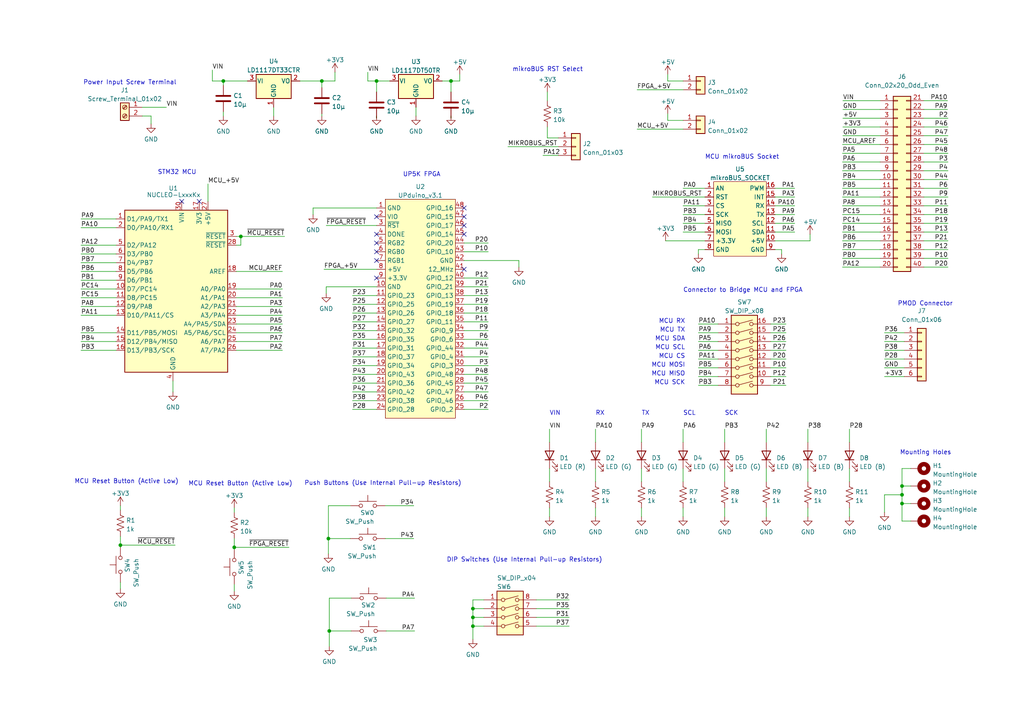
<source format=kicad_sch>
(kicad_sch (version 20230121) (generator eeschema)
  (paper "A4")
  (title_block (title "E155 FA23 Development Board") (rev "v4") (company "Harvey Mudd College") (comment 1 "jbrake@hmc.edu") (comment 2 "Author: Josh Brake"))
  (junction (at 137.16 181.61))
  (junction (at 93.345 23.495))
  (junction (at 261.62 146.05))
  (junction (at 261.62 140.97))
  (junction (at 261.62 143.51))
  (junction (at 109.22 23.495))
  (junction (at 95.25 156.21))
  (junction (at 69.85 68.58))
  (junction (at 34.925 158.115))
  (junction (at 137.16 176.53))
  (junction (at 130.81 23.495))
  (junction (at 64.77 23.495))
  (junction (at 95.504 183.007))
  (junction (at 137.16 179.07))
  (junction (at 67.945 158.75))
  (no_connect (at 109.22 75.565))
  (no_connect (at 109.22 70.485))
  (no_connect (at 109.22 73.025))
  (no_connect (at 52.705 58.42))
  (no_connect (at 109.22 80.645))
  (no_connect (at 109.22 67.945))
  (no_connect (at 109.22 62.865))
  (no_connect (at 134.62 60.325))
  (no_connect (at 134.62 62.865))
  (no_connect (at 134.62 65.405))
  (no_connect (at 134.62 67.945))
  (no_connect (at 57.785 58.42))
  (no_connect (at 134.62 78.105))
  (wire (pts (xy 210.185 147.32) (xy 210.185 149.86)))
  (wire (pts (xy 255.27 77.47) (xy 244.348 77.47)))
  (wire (pts (xy 134.62 116.205) (xy 141.605 116.205)))
  (wire (pts (xy 267.97 39.37) (xy 274.955 39.37)))
  (wire (pts (xy 23.495 76.2) (xy 33.655 76.2)))
  (wire (pts (xy 226.695 72.39) (xy 226.695 73.66)))
  (wire (pts (xy 193.675 23.495) (xy 198.12 23.495)))
  (wire (pts (xy 244.475 31.75) (xy 255.27 31.75)))
  (wire (pts (xy 255.27 67.31) (xy 244.348 67.31)))
  (wire (pts (xy 267.97 49.53) (xy 274.955 49.53)))
  (wire (pts (xy 112.014 183.007) (xy 120.269 183.007)))
  (wire (pts (xy 137.16 176.53) (xy 137.16 179.07)))
  (wire (pts (xy 34.925 168.91) (xy 34.925 170.815)))
  (wire (pts (xy 68.58 71.12) (xy 69.85 71.12)))
  (wire (pts (xy 202.565 109.22) (xy 208.28 109.22)))
  (wire (pts (xy 246.38 135.89) (xy 246.38 139.7)))
  (wire (pts (xy 223.52 111.76) (xy 227.965 111.76)))
  (wire (pts (xy 34.925 158.115) (xy 34.925 158.75)))
  (wire (pts (xy 202.565 96.52) (xy 208.28 96.52)))
  (wire (pts (xy 198.12 64.77) (xy 204.47 64.77)))
  (wire (pts (xy 234.315 124.46) (xy 234.315 128.27)))
  (wire (pts (xy 267.97 69.85) (xy 274.955 69.85)))
  (wire (pts (xy 244.475 34.29) (xy 255.27 34.29)))
  (wire (pts (xy 23.495 83.82) (xy 33.655 83.82)))
  (wire (pts (xy 210.185 124.46) (xy 210.185 128.27)))
  (wire (pts (xy 23.495 88.9) (xy 33.655 88.9)))
  (wire (pts (xy 34.925 155.575) (xy 34.925 158.115)))
  (wire (pts (xy 95.504 183.007) (xy 101.854 183.007)))
  (wire (pts (xy 193.675 34.925) (xy 198.12 34.925)))
  (wire (pts (xy 41.275 31.115) (xy 48.26 31.115)))
  (wire (pts (xy 222.25 147.32) (xy 222.25 149.86)))
  (wire (pts (xy 140.335 173.99) (xy 137.16 173.99)))
  (wire (pts (xy 267.97 52.07) (xy 274.955 52.07)))
  (wire (pts (xy 137.16 179.07) (xy 140.335 179.07)))
  (wire (pts (xy 223.52 106.68) (xy 227.965 106.68)))
  (wire (pts (xy 64.77 23.495) (xy 71.755 23.495)))
  (wire (pts (xy 256.54 104.14) (xy 262.255 104.14)))
  (wire (pts (xy 244.475 36.83) (xy 255.27 36.83)))
  (wire (pts (xy 68.58 93.98) (xy 81.915 93.98)))
  (wire (pts (xy 246.38 147.32) (xy 246.38 149.86)))
  (wire (pts (xy 68.58 68.58) (xy 69.85 68.58)))
  (wire (pts (xy 23.495 91.44) (xy 33.655 91.44)))
  (wire (pts (xy 102.235 93.345) (xy 109.22 93.345)))
  (wire (pts (xy 261.62 143.51) (xy 261.62 146.05)))
  (wire (pts (xy 256.54 96.52) (xy 262.255 96.52)))
  (wire (pts (xy 184.785 26.035) (xy 198.12 26.035)))
  (wire (pts (xy 94.615 65.405) (xy 109.22 65.405)))
  (wire (pts (xy 109.22 23.495) (xy 113.03 23.495)))
  (wire (pts (xy 134.62 90.805) (xy 141.605 90.805)))
  (wire (pts (xy 261.62 140.97) (xy 261.62 143.51)))
  (wire (pts (xy 224.79 67.31) (xy 230.505 67.31)))
  (wire (pts (xy 95.25 156.21) (xy 101.6 156.21)))
  (wire (pts (xy 204.47 72.39) (xy 202.565 72.39)))
  (wire (pts (xy 224.79 69.85) (xy 234.95 69.85)))
  (wire (pts (xy 147.32 42.545) (xy 161.925 42.545)))
  (wire (pts (xy 23.495 99.06) (xy 33.655 99.06)))
  (wire (pts (xy 43.815 33.655) (xy 43.815 35.941)))
  (wire (pts (xy 69.85 71.12) (xy 69.85 68.58)))
  (wire (pts (xy 134.62 93.345) (xy 141.605 93.345)))
  (wire (pts (xy 261.62 135.89) (xy 261.62 140.97)))
  (wire (pts (xy 109.22 83.185) (xy 94.615 83.185)))
  (wire (pts (xy 93.345 25.4) (xy 93.345 23.495)))
  (wire (pts (xy 137.16 179.07) (xy 137.16 181.61)))
  (wire (pts (xy 111.76 156.21) (xy 120.015 156.21)))
  (wire (pts (xy 106.68 20.955) (xy 106.68 23.495)))
  (wire (pts (xy 134.62 73.025) (xy 141.605 73.025)))
  (wire (pts (xy 101.6 146.685) (xy 95.25 146.685)))
  (wire (pts (xy 64.77 32.385) (xy 64.77 33.655)))
  (wire (pts (xy 159.385 135.89) (xy 159.385 139.7)))
  (wire (pts (xy 193.04 69.85) (xy 204.47 69.85)))
  (wire (pts (xy 261.62 143.51) (xy 256.54 143.51)))
  (wire (pts (xy 198.12 54.61) (xy 204.47 54.61)))
  (wire (pts (xy 102.235 108.585) (xy 109.22 108.585)))
  (wire (pts (xy 120.65 33.655) (xy 120.65 31.115)))
  (wire (pts (xy 150.495 75.565) (xy 150.495 77.47)))
  (wire (pts (xy 134.62 111.125) (xy 141.605 111.125)))
  (wire (pts (xy 267.97 62.23) (xy 274.955 62.23)))
  (wire (pts (xy 95.504 183.007) (xy 95.504 187.452)))
  (wire (pts (xy 102.235 85.725) (xy 109.22 85.725)))
  (wire (pts (xy 198.12 59.69) (xy 204.47 59.69)))
  (wire (pts (xy 267.97 36.83) (xy 274.955 36.83)))
  (wire (pts (xy 246.38 124.46) (xy 246.38 128.27)))
  (wire (pts (xy 223.52 93.98) (xy 227.965 93.98)))
  (wire (pts (xy 68.58 101.6) (xy 81.915 101.6)))
  (wire (pts (xy 23.495 73.66) (xy 33.655 73.66)))
  (wire (pts (xy 67.945 147.32) (xy 67.945 148.59)))
  (wire (pts (xy 67.945 169.545) (xy 67.945 171.45)))
  (wire (pts (xy 189.23 57.15) (xy 204.47 57.15)))
  (wire (pts (xy 159.385 147.32) (xy 159.385 149.86)))
  (wire (pts (xy 224.79 64.77) (xy 230.505 64.77)))
  (wire (pts (xy 61.595 20.32) (xy 61.595 23.495)))
  (wire (pts (xy 106.68 23.495) (xy 109.22 23.495)))
  (wire (pts (xy 69.85 68.58) (xy 82.55 68.58)))
  (wire (pts (xy 255.27 74.93) (xy 244.348 74.93)))
  (wire (pts (xy 224.79 59.69) (xy 230.505 59.69)))
  (wire (pts (xy 159.385 124.46) (xy 159.385 128.27)))
  (wire (pts (xy 222.25 124.46) (xy 222.25 128.27)))
  (wire (pts (xy 264.16 146.05) (xy 261.62 146.05)))
  (wire (pts (xy 255.27 64.77) (xy 244.348 64.77)))
  (wire (pts (xy 64.77 24.765) (xy 64.77 23.495)))
  (wire (pts (xy 202.565 99.06) (xy 208.28 99.06)))
  (wire (pts (xy 134.62 95.885) (xy 141.605 95.885)))
  (wire (pts (xy 193.675 33.02) (xy 193.675 34.925)))
  (wire (pts (xy 68.58 96.52) (xy 81.915 96.52)))
  (wire (pts (xy 134.62 98.425) (xy 141.605 98.425)))
  (wire (pts (xy 23.495 66.04) (xy 33.655 66.04)))
  (wire (pts (xy 172.72 147.32) (xy 172.72 149.86)))
  (wire (pts (xy 134.62 113.665) (xy 141.605 113.665)))
  (wire (pts (xy 158.75 36.83) (xy 158.75 40.005)))
  (wire (pts (xy 68.58 88.9) (xy 81.915 88.9)))
  (wire (pts (xy 155.575 176.53) (xy 165.1 176.53)))
  (wire (pts (xy 202.565 93.98) (xy 208.28 93.98)))
  (wire (pts (xy 102.235 98.425) (xy 109.22 98.425)))
  (wire (pts (xy 112.014 173.482) (xy 120.269 173.482)))
  (wire (pts (xy 23.495 78.74) (xy 33.655 78.74)))
  (wire (pts (xy 111.76 146.685) (xy 120.015 146.685)))
  (wire (pts (xy 255.27 46.99) (xy 244.348 46.99)))
  (wire (pts (xy 93.345 33.02) (xy 93.345 33.655)))
  (wire (pts (xy 23.495 96.52) (xy 33.655 96.52)))
  (wire (pts (xy 102.235 90.805) (xy 109.22 90.805)))
  (wire (pts (xy 261.62 151.13) (xy 264.16 151.13)))
  (wire (pts (xy 202.565 111.76) (xy 208.28 111.76)))
  (wire (pts (xy 267.97 29.21) (xy 274.828 29.21)))
  (wire (pts (xy 202.565 72.39) (xy 202.565 73.66)))
  (wire (pts (xy 224.79 72.39) (xy 226.695 72.39)))
  (wire (pts (xy 255.27 49.53) (xy 244.348 49.53)))
  (wire (pts (xy 234.315 147.32) (xy 234.315 149.86)))
  (wire (pts (xy 23.495 71.12) (xy 33.655 71.12)))
  (wire (pts (xy 137.16 173.99) (xy 137.16 176.53)))
  (wire (pts (xy 244.475 39.37) (xy 255.27 39.37)))
  (wire (pts (xy 134.62 75.565) (xy 150.495 75.565)))
  (wire (pts (xy 134.62 103.505) (xy 141.605 103.505)))
  (wire (pts (xy 137.16 181.61) (xy 137.16 185.42)))
  (wire (pts (xy 222.25 135.89) (xy 222.25 139.7)))
  (wire (pts (xy 193.675 21.59) (xy 193.675 23.495)))
  (wire (pts (xy 255.27 44.45) (xy 244.348 44.45)))
  (wire (pts (xy 102.235 116.205) (xy 109.22 116.205)))
  (wire (pts (xy 102.235 95.885) (xy 109.22 95.885)))
  (wire (pts (xy 93.345 23.495) (xy 97.155 23.495)))
  (wire (pts (xy 97.155 20.955) (xy 97.155 23.495)))
  (wire (pts (xy 23.495 81.28) (xy 33.655 81.28)))
  (wire (pts (xy 267.97 72.39) (xy 274.955 72.39)))
  (wire (pts (xy 134.62 80.645) (xy 141.605 80.645)))
  (wire (pts (xy 186.055 135.89) (xy 186.055 139.7)))
  (wire (pts (xy 90.805 60.325) (xy 90.805 62.23)))
  (wire (pts (xy 155.575 173.99) (xy 165.1 173.99)))
  (wire (pts (xy 264.16 140.97) (xy 261.62 140.97)))
  (wire (pts (xy 134.62 108.585) (xy 141.605 108.585)))
  (wire (pts (xy 256.54 99.06) (xy 262.255 99.06)))
  (wire (pts (xy 202.565 106.68) (xy 208.28 106.68)))
  (wire (pts (xy 68.58 86.36) (xy 81.915 86.36)))
  (wire (pts (xy 223.52 101.6) (xy 227.965 101.6)))
  (wire (pts (xy 223.52 99.06) (xy 227.965 99.06)))
  (wire (pts (xy 198.12 135.89) (xy 198.12 139.7)))
  (wire (pts (xy 223.52 104.14) (xy 227.965 104.14)))
  (wire (pts (xy 267.97 44.45) (xy 274.955 44.45)))
  (wire (pts (xy 130.81 23.495) (xy 128.27 23.495)))
  (wire (pts (xy 133.35 21.59) (xy 133.35 23.495)))
  (wire (pts (xy 267.97 46.99) (xy 274.955 46.99)))
  (wire (pts (xy 186.055 147.32) (xy 186.055 149.86)))
  (wire (pts (xy 130.81 34.29) (xy 130.81 33.655)))
  (wire (pts (xy 68.58 83.82) (xy 81.915 83.82)))
  (wire (pts (xy 267.97 77.47) (xy 274.955 77.47)))
  (wire (pts (xy 34.925 146.685) (xy 34.925 147.955)))
  (wire (pts (xy 133.35 23.495) (xy 130.81 23.495)))
  (wire (pts (xy 224.79 57.15) (xy 230.505 57.15)))
  (wire (pts (xy 68.58 99.06) (xy 81.915 99.06)))
  (wire (pts (xy 155.575 181.61) (xy 165.1 181.61)))
  (wire (pts (xy 95.504 173.482) (xy 95.504 183.007)))
  (wire (pts (xy 255.27 62.23) (xy 244.348 62.23)))
  (wire (pts (xy 60.325 53.34) (xy 60.325 58.42)))
  (wire (pts (xy 267.97 41.91) (xy 274.955 41.91)))
  (wire (pts (xy 186.055 124.46) (xy 186.055 128.27)))
  (wire (pts (xy 134.62 106.045) (xy 141.605 106.045)))
  (wire (pts (xy 255.27 52.07) (xy 244.348 52.07)))
  (wire (pts (xy 95.25 156.21) (xy 95.25 160.655)))
  (wire (pts (xy 155.575 179.07) (xy 165.1 179.07)))
  (wire (pts (xy 256.54 109.22) (xy 262.255 109.22)))
  (wire (pts (xy 202.565 104.14) (xy 208.28 104.14)))
  (wire (pts (xy 130.81 26.67) (xy 130.81 23.495)))
  (wire (pts (xy 158.75 40.005) (xy 161.925 40.005)))
  (wire (pts (xy 102.235 100.965) (xy 109.22 100.965)))
  (wire (pts (xy 267.97 31.75) (xy 274.828 31.75)))
  (wire (pts (xy 244.348 41.91) (xy 255.27 41.91)))
  (wire (pts (xy 67.945 158.75) (xy 67.945 159.385)))
  (wire (pts (xy 198.12 62.23) (xy 204.47 62.23)))
  (wire (pts (xy 68.58 78.74) (xy 81.915 78.74)))
  (wire (pts (xy 267.97 54.61) (xy 274.955 54.61)))
  (wire (pts (xy 244.475 29.21) (xy 255.27 29.21)))
  (wire (pts (xy 198.12 124.46) (xy 198.12 128.27)))
  (wire (pts (xy 255.27 54.61) (xy 244.348 54.61)))
  (wire (pts (xy 67.945 158.75) (xy 83.82 158.75)))
  (wire (pts (xy 267.97 64.77) (xy 274.955 64.77)))
  (wire (pts (xy 61.595 23.495) (xy 64.77 23.495)))
  (wire (pts (xy 102.235 88.265) (xy 109.22 88.265)))
  (wire (pts (xy 93.98 78.105) (xy 109.22 78.105)))
  (wire (pts (xy 256.54 101.6) (xy 262.255 101.6)))
  (wire (pts (xy 94.615 83.185) (xy 94.615 85.09)))
  (wire (pts (xy 23.495 86.36) (xy 33.655 86.36)))
  (wire (pts (xy 102.235 113.665) (xy 109.22 113.665)))
  (wire (pts (xy 224.79 62.23) (xy 230.505 62.23)))
  (wire (pts (xy 23.495 101.6) (xy 33.655 101.6)))
  (wire (pts (xy 134.62 88.265) (xy 141.605 88.265)))
  (wire (pts (xy 137.16 181.61) (xy 140.335 181.61)))
  (wire (pts (xy 210.185 135.89) (xy 210.185 139.7)))
  (wire (pts (xy 172.72 135.89) (xy 172.72 139.7)))
  (wire (pts (xy 255.27 59.69) (xy 244.348 59.69)))
  (wire (pts (xy 102.235 118.745) (xy 109.22 118.745)))
  (wire (pts (xy 256.54 143.51) (xy 256.54 148.59)))
  (wire (pts (xy 198.12 147.32) (xy 198.12 149.86)))
  (wire (pts (xy 134.62 85.725) (xy 141.605 85.725)))
  (wire (pts (xy 95.25 146.685) (xy 95.25 156.21)))
  (wire (pts (xy 255.27 72.39) (xy 244.348 72.39)))
  (wire (pts (xy 86.995 23.495) (xy 93.345 23.495)))
  (wire (pts (xy 234.95 67.945) (xy 234.95 69.85)))
  (wire (pts (xy 134.62 118.745) (xy 141.605 118.745)))
  (wire (pts (xy 157.48 45.085) (xy 161.925 45.085)))
  (wire (pts (xy 102.235 106.045) (xy 109.22 106.045)))
  (wire (pts (xy 102.235 111.125) (xy 109.22 111.125)))
  (wire (pts (xy 43.815 33.655) (xy 41.275 33.655)))
  (wire (pts (xy 23.495 63.5) (xy 33.655 63.5)))
  (wire (pts (xy 267.97 34.29) (xy 274.955 34.29)))
  (wire (pts (xy 198.12 67.31) (xy 204.47 67.31)))
  (wire (pts (xy 109.22 34.29) (xy 109.22 33.655)))
  (wire (pts (xy 67.945 156.21) (xy 67.945 158.75)))
  (wire (pts (xy 50.165 110.49) (xy 50.165 113.665)))
  (wire (pts (xy 158.75 26.67) (xy 158.75 29.21)))
  (wire (pts (xy 90.805 60.325) (xy 109.22 60.325)))
  (wire (pts (xy 134.62 83.185) (xy 141.605 83.185)))
  (wire (pts (xy 134.62 100.965) (xy 141.605 100.965)))
  (wire (pts (xy 223.52 96.52) (xy 227.965 96.52)))
  (wire (pts (xy 172.72 124.46) (xy 172.72 128.27)))
  (wire (pts (xy 68.58 91.44) (xy 81.915 91.44)))
  (wire (pts (xy 101.854 173.482) (xy 95.504 173.482)))
  (wire (pts (xy 267.97 59.69) (xy 274.955 59.69)))
  (wire (pts (xy 102.235 103.505) (xy 109.22 103.505)))
  (wire (pts (xy 134.62 70.485) (xy 141.605 70.485)))
  (wire (pts (xy 261.62 151.13) (xy 261.62 146.05)))
  (wire (pts (xy 264.16 135.89) (xy 261.62 135.89)))
  (wire (pts (xy 255.27 69.85) (xy 244.348 69.85)))
  (wire (pts (xy 202.565 101.6) (xy 208.28 101.6)))
  (wire (pts (xy 109.22 26.67) (xy 109.22 23.495)))
  (wire (pts (xy 267.97 74.93) (xy 274.955 74.93)))
  (wire (pts (xy 267.97 67.31) (xy 274.955 67.31)))
  (wire (pts (xy 184.785 37.465) (xy 198.12 37.465)))
  (wire (pts (xy 234.315 135.89) (xy 234.315 139.7)))
  (wire (pts (xy 256.54 106.68) (xy 262.255 106.68)))
  (wire (pts (xy 137.16 176.53) (xy 140.335 176.53)))
  (wire (pts (xy 267.97 57.15) (xy 274.955 57.15)))
  (wire (pts (xy 34.925 158.115) (xy 50.8 158.115)))
  (wire (pts (xy 79.375 31.115) (xy 79.375 33.655)))
  (wire (pts (xy 223.52 109.22) (xy 227.965 109.22)))
  (wire (pts (xy 224.79 54.61) (xy 230.505 54.61)))
  (wire (pts (xy 255.27 57.15) (xy 244.348 57.15)))
  (text "MCU SCK" (at 198.755 111.76 0) (effects (font (size 1.27 1.27)) (justify right bottom)))
  (text "MCU Reset Button (Active Low)" (at 54.61 141.097 0) (effects (font (size 1.27 1.27)) (justify left bottom)))
  (text "MCU SDA" (at 198.755 99.06 0) (effects (font (size 1.27 1.27)) (justify right bottom)))
  (text "STM32 MCU\n" (at 45.72 50.8 0) (effects (font (size 1.27 1.27)) (justify left bottom)))
  (text "MCU MOSI" (at 198.755 106.68 0) (effects (font (size 1.27 1.27)) (justify right bottom)))
  (text "mikroBUS RST Select" (at 148.59 20.955 0) (effects (font (size 1.27 1.27)) (justify left bottom)))
  (text "SCK" (at 210.185 120.65 0) (effects (font (size 1.27 1.27)) (justify left bottom)))
  (text "MCU TX" (at 198.755 96.52 0) (effects (font (size 1.27 1.27)) (justify right bottom)))
  (text "UP5K FPGA" (at 116.84 51.435 0) (effects (font (size 1.27 1.27)) (justify left bottom)))
  (text "Push Buttons (Use Internal Pull-up Resistors)" (at 88.265 140.97 0) (effects (font (size 1.27 1.27)) (justify left bottom)))
  (text "Mounting Holes" (at 260.985 132.08 0) (effects (font (size 1.27 1.27)) (justify left bottom)))
  (text "MCU RX" (at 198.755 93.98 0) (effects (font (size 1.27 1.27)) (justify right bottom)))
  (text "TX" (at 186.055 120.65 0) (effects (font (size 1.27 1.27)) (justify left bottom)))
  (text "PMOD Connector" (at 260.35 88.9 0) (effects (font (size 1.27 1.27)) (justify left bottom)))
  (text "Power Input Screw Terminal" (at 24.13 24.765 0) (effects (font (size 1.27 1.27)) (justify left bottom)))
  (text "MCU CS" (at 198.755 104.14 0) (effects (font (size 1.27 1.27)) (justify right bottom)))
  (text "DIP Switches (Use Internal Pull-up Resistors)" (at 129.54 163.195 0) (effects (font (size 1.27 1.27)) (justify left bottom)))
  (text "MCU MISO" (at 198.755 109.22 0) (effects (font (size 1.27 1.27)) (justify right bottom)))
  (text "MCU SCL" (at 198.755 101.6 0) (effects (font (size 1.27 1.27)) (justify right bottom)))
  (text "VIN" (at 159.385 120.65 0) (effects (font (size 1.27 1.27)) (justify left bottom)))
  (text "RX" (at 172.72 120.65 0) (effects (font (size 1.27 1.27)) (justify left bottom)))
  (text "SCL" (at 198.12 120.65 0) (effects (font (size 1.27 1.27)) (justify left bottom)))
  (text "Connector to Bridge MCU and FPGA" (at 198.12 84.9798 0) (effects (font (size 1.27 1.27)) (justify left bottom)))
  (text "MCU Reset Button (Active Low)" (at 21.59 140.462 0) (effects (font (size 1.27 1.27)) (justify left bottom)))
  (text "MCU mikroBUS Socket" (at 204.47 46.355 0) (effects (font (size 1.27 1.27)) (justify left bottom)))
  (label "PA0" (at 198.12 54.61 0))
  (label "PA9" (at 202.565 96.52 0))
  (label "P21" (at 274.955 69.85 180))
  (label "P44" (at 274.955 52.07 180))
  (label "P13" (at 274.955 67.31 180))
  (label "P25" (at 102.235 88.265 0))
  (label "PA10" (at 172.72 124.46 0))
  (label "PA6" (at 230.505 64.77 180))
  (label "P21" (at 141.605 83.185 180))
  (label "PC14" (at 244.348 64.77 0))
  (label "PA11" (at 202.565 104.14 0))
  (label "PC15" (at 23.495 86.36 0))
  (label "PB1" (at 23.495 81.28 0))
  (label "MCU_AREF" (at 244.348 41.91 0))
  (label "P3" (at 141.605 106.045 180))
  (label "FPGA_+5V" (at 184.785 26.035 0))
  (label "P45" (at 274.955 41.91 180))
  (label "PA9" (at 274.828 31.75 180))
  (label "VIN" (at 106.68 20.955 0))
  (label "P4" (at 274.955 49.53 180))
  (label "P10" (at 227.965 106.68 180))
  (label "P4" (at 141.605 103.505 180))
  (label "PA1" (at 81.915 86.36 180))
  (label "P46" (at 141.605 116.205 180))
  (label "P46" (at 274.955 36.83 180))
  (label "PA11" (at 198.12 59.69 0))
  (label "VIN" (at 244.475 29.21 0))
  (label "P21" (at 227.965 111.76 180))
  (label "P27" (at 102.235 93.345 0))
  (label "P6" (at 141.605 98.425 180))
  (label "P28" (at 246.38 124.46 0))
  (label "MIKROBUS_RST" (at 189.23 57.15 0))
  (label "PA1" (at 230.505 54.61 180))
  (label "VIN" (at 61.595 20.32 0))
  (label "+3V3" (at 244.475 36.83 0))
  (label "PB4" (at 198.12 64.77 0))
  (label "P20" (at 227.965 104.14 180))
  (label "PB5" (at 23.495 96.52 0))
  (label "P2" (at 141.605 118.745 180))
  (label "P27" (at 227.965 101.6 180))
  (label "P10" (at 274.955 74.93 180))
  (label "PA4" (at 120.269 173.482 180))
  (label "PB4" (at 244.348 52.07 0))
  (label "P3" (at 274.955 46.99 180))
  (label "P19" (at 274.955 64.77 180))
  (label "P20" (at 141.605 70.485 180))
  (label "P43" (at 102.235 108.585 0))
  (label "P34" (at 120.015 146.685 180))
  (label "PA8" (at 244.348 59.69 0))
  (label "P42" (at 222.25 124.46 0))
  (label "MIKROBUS_RST" (at 147.32 42.545 0))
  (label "PB7" (at 244.348 72.39 0))
  (label "~{MCU_RESET}" (at 50.8 158.115 180))
  (label "~{MCU_RESET}" (at 82.55 68.58 180))
  (label "PB4" (at 23.495 99.06 0))
  (label "PA11" (at 23.495 91.44 0))
  (label "PA9" (at 23.495 63.5 0))
  (label "P18" (at 141.605 90.805 180))
  (label "P31" (at 165.1 179.07 180))
  (label "PA10" (at 202.565 93.98 0))
  (label "PA6" (at 244.348 46.99 0))
  (label "PA0" (at 81.915 83.82 180))
  (label "~{FPGA_RESET}" (at 83.82 158.75 180))
  (label "PB3" (at 202.565 111.76 0))
  (label "P36" (at 256.54 96.52 0))
  (label "PB3" (at 210.185 124.46 0))
  (label "P44" (at 141.605 100.965 180))
  (label "VIN" (at 159.385 124.46 0))
  (label "PB3" (at 23.495 101.6 0))
  (label "P23" (at 102.235 85.725 0))
  (label "PC14" (at 23.495 83.82 0))
  (label "PA3" (at 81.915 88.9 180))
  (label "P19" (at 141.605 88.265 180))
  (label "PA12" (at 244.348 77.47 0))
  (label "PA4" (at 81.915 91.44 180))
  (label "P28" (at 102.235 118.745 0))
  (label "PB0" (at 244.348 74.93 0))
  (label "PA12" (at 157.48 45.085 0))
  (label "P47" (at 274.955 39.37 180))
  (label "P42" (at 256.54 99.06 0))
  (label "PA6" (at 198.12 124.46 0))
  (label "P10" (at 141.605 73.025 180))
  (label "PB1" (at 244.348 67.31 0))
  (label "PB0" (at 23.495 73.66 0))
  (label "PA10" (at 230.505 59.69 180))
  (label "P32" (at 102.235 95.885 0))
  (label "P31" (at 102.235 100.965 0))
  (label "P25" (at 227.965 96.52 180))
  (label "PA6" (at 81.915 96.52 180))
  (label "P9" (at 274.955 57.15 180))
  (label "P37" (at 102.235 103.505 0))
  (label "VIN" (at 48.26 31.115 0))
  (label "P45" (at 141.605 111.125 180))
  (label "P13" (at 141.605 85.725 180))
  (label "PA6" (at 202.565 101.6 0))
  (label "P12" (at 141.605 80.645 180))
  (label "P47" (at 141.605 113.665 180))
  (label "P11" (at 274.955 59.69 180))
  (label "PB6" (at 244.348 69.85 0))
  (label "PA2" (at 81.915 101.6 180))
  (label "PA5" (at 81.915 93.98 180))
  (label "P20" (at 274.955 77.47 180))
  (label "GND" (at 244.475 31.75 0))
  (label "PB6" (at 23.495 78.74 0))
  (label "PA5" (at 202.565 99.06 0))
  (label "PA11" (at 244.348 57.15 0))
  (label "PA3" (at 230.505 57.15 180))
  (label "PA12" (at 23.495 71.12 0))
  (label "PB4" (at 202.565 109.22 0))
  (label "PB3" (at 198.12 62.23 0))
  (label "P38" (at 102.235 116.205 0))
  (label "P43" (at 120.015 156.21 180))
  (label "PB3" (at 244.348 49.53 0))
  (label "FPGA_+5V" (at 93.98 78.105 0))
  (label "PA10" (at 23.495 66.04 0))
  (label "P36" (at 102.235 111.125 0))
  (label "PA7" (at 81.915 99.06 180))
  (label "P38" (at 256.54 101.6 0))
  (label "P35" (at 165.1 176.53 180))
  (label "P2" (at 274.955 34.29 180))
  (label "PA7" (at 120.269 183.007 180))
  (label "PA8" (at 23.495 88.9 0))
  (label "P34" (at 102.235 106.045 0))
  (label "P38" (at 234.315 124.46 0))
  (label "P48" (at 141.605 108.585 180))
  (label "P12" (at 227.965 109.22 180))
  (label "MCU_AREF" (at 81.915 78.74 180))
  (label "P28" (at 256.54 104.14 0))
  (label "GND" (at 244.475 39.37 0))
  (label "PA10" (at 274.828 29.21 180))
  (label "PC15" (at 244.348 62.23 0))
  (label "PA5" (at 244.348 44.45 0))
  (label "P6" (at 274.955 54.61 180))
  (label "P26" (at 227.965 99.06 180))
  (label "GND" (at 256.54 106.68 0))
  (label "P11" (at 141.605 93.345 180))
  (label "P35" (at 102.235 98.425 0))
  (label "P42" (at 102.235 113.665 0))
  (label "P26" (at 102.235 90.805 0))
  (label "P32" (at 165.1 173.99 180))
  (label "+5V" (at 244.475 34.29 0))
  (label "P9" (at 141.605 95.885 180))
  (label "P23" (at 227.965 93.98 180))
  (label "P48" (at 274.955 44.45 180))
  (label "+3V3" (at 256.54 109.22 0))
  (label "~{FPGA_RESET}" (at 94.615 65.405 0))
  (label "PB5" (at 202.565 106.68 0))
  (label "P12" (at 274.955 72.39 180))
  (label "PB5" (at 244.348 54.61 0))
  (label "PA5" (at 230.505 67.31 180))
  (label "MCU_+5V" (at 184.785 37.465 0))
  (label "PA9" (at 186.055 124.46 0))
  (label "P37" (at 165.1 181.61 180))
  (label "PB5" (at 198.12 67.31 0))
  (label "P18" (at 274.955 62.23 180))
  (label "PA9" (at 230.505 62.23 180))
  (label "PB7" (at 23.495 76.2 0))
  (label "MCU_+5V" (at 60.325 53.34 0))
  (symbol (lib_id "Switch:SW_Push") (at 67.945 164.465 90) (unit 1)
    (property "Reference" "SW5" (at 69.977 162.56 0) (effects (justify right)))
    (property "Value" "SW_Push" (at 72.5139 162.56 0) (effects (justify right)))
    (property "Footprint" "Button_Switch_THT:SW_PUSH_6mm_H4.3mm" (effects hide))
    (property "Datasheet" "https://www3.panasonic.biz/ac/e_download/control/switch/light-touch/catalog/sw_lt_eng_5n.pdf" (effects hide))
  )
  (symbol (lib_id "power:GND") (at 150.495 77.47 0) (unit 1)
    (property "Reference" "#PWR026" (effects hide))
    (property "Value" "GND" (at 150.495 81.9134 0))
  )
  (symbol (lib_id "Device:R_US") (at 159.385 143.51 0) (unit 1)
    (property "Reference" "R4" (at 161.036 142.6753 0) (effects (justify left)))
    (property "Value" "1k" (at 161.036 145.2122 0) (effects (justify left)))
    (property "Footprint" "Resistor_SMD:R_0805_2012Metric_Pad1.20x1.40mm_HandSolder" (effects hide))
  )
  (symbol (lib_id "E155_Symbols:NUCLEO-LxxxKx") (at 50.165 83.82 0) (unit 1)
    (property "Reference" "U1" (at 48.895 54.61 0) (effects (justify left)))
    (property "Value" "NUCLEO-LxxxKx" (at 42.545 56.5119 0) (effects (justify left)))
    (property "Footprint" "E155_Footprints:NUCLEO-32" (effects hide))
    (property "Datasheet" "https://content.arduino.cc/assets/NANOEveryV3.0_sch.pdf" (effects hide))
  )
  (symbol (lib_id "Mechanical:MountingHole_Pad") (at 266.7 135.89 270) (unit 1)
    (property "Reference" "H1" (at 270.51 135.0553 90) (effects (justify left)))
    (property "Value" "MountingHole" (at 270.51 137.5922 90) (effects (justify left)))
    (property "Footprint" "MountingHole:MountingHole_4.3mm_M4_Pad" (effects hide))
  )
  (symbol (lib_id "E155_Symbols:UPduino_v3.1") (at 121.92 123.825 0) (unit 1)
    (property "Reference" "U2" (at 121.92 54.136 0))
    (property "Value" "UPduino_v3.1" (at 121.92 56.6729 0))
    (property "Footprint" "E155_Footprints:UPduino_v3.1" (effects hide))
    (property "Datasheet" "https://upduino.readthedocs.io/en/latest/features/specs.html#upduino-pinout" (effects hide))
  )
  (symbol (lib_id "power:GND") (at 256.54 148.59 0) (unit 1)
    (property "Reference" "#PWR036" (effects hide))
    (property "Value" "GND" (at 256.54 153.0334 0))
  )
  (symbol (lib_id "Regulator_Linear:NCP1117-3.3_TO252") (at 79.375 23.495 0) (unit 1)
    (property "Reference" "U4" (at 79.375 17.78 0))
    (property "Value" "LD1117DT33CTR" (at 79.375 20.3169 0))
    (property "Footprint" "Package_TO_SOT_SMD:TO-252-2" (effects hide))
    (property "Datasheet" "https://www.st.com/content/ccc/resource/technical/document/datasheet/99/3b/7d/91/91/51/4b/be/CD00000544.pdf/files/CD00000544.pdf/jcr:content/translations/en.CD00000544.pdf" (effects hide))
  )
  (symbol (lib_id "Device:LED") (at 198.12 132.08 90) (unit 1)
    (property "Reference" "D4" (at 201.041 132.8328 90) (effects (justify right)))
    (property "Value" "LED (G)" (at 201.041 135.3697 90) (effects (justify right)))
    (property "Footprint" "LED_SMD:LED_0805_2012Metric_Pad1.15x1.40mm_HandSolder" (effects hide))
  )
  (symbol (lib_id "power:+5V") (at 133.35 21.59 0) (unit 1)
    (property "Reference" "#PWR024" (effects hide))
    (property "Value" "+5V" (at 133.35 18.0142 0))
  )
  (symbol (lib_id "power:GND") (at 226.695 73.66 0) (mirror y) (unit 1)
    (property "Reference" "#PWR030" (effects hide))
    (property "Value" "GND" (at 226.695 78.1034 0))
  )
  (symbol (lib_id "power:GND") (at 186.055 149.86 0) (unit 1)
    (property "Reference" "#PWR0105" (effects hide))
    (property "Value" "GND" (at 186.055 154.3034 0))
  )
  (symbol (lib_id "power:GND") (at 202.565 73.66 0) (unit 1)
    (property "Reference" "#PWR029" (effects hide))
    (property "Value" "GND" (at 202.565 78.1034 0))
  )
  (symbol (lib_id "Device:R_US") (at 67.945 152.4 0) (unit 1)
    (property "Reference" "R2" (at 69.596 151.5653 0) (effects (justify left)))
    (property "Value" "10k" (at 69.596 154.1022 0) (effects (justify left)))
    (property "Footprint" "Resistor_SMD:R_0805_2012Metric_Pad1.20x1.40mm_HandSolder" (effects hide))
  )
  (symbol (lib_id "Device:R_US") (at 246.38 143.51 0) (unit 1)
    (property "Reference" "R11" (at 248.031 142.6753 0) (effects (justify left)))
    (property "Value" "1k" (at 248.031 145.2122 0) (effects (justify left)))
    (property "Footprint" "Resistor_SMD:R_0805_2012Metric_Pad1.20x1.40mm_HandSolder" (effects hide))
  )
  (symbol (lib_id "power:+3V3") (at 158.75 26.67 0) (unit 1)
    (property "Reference" "#PWR09" (effects hide))
    (property "Value" "+3V3" (at 158.75 23.0942 0))
  )
  (symbol (lib_id "Device:LED") (at 246.38 132.08 90) (unit 1)
    (property "Reference" "D8" (at 249.301 132.8328 90) (effects (justify right)))
    (property "Value" "LED (B)" (at 249.301 135.3697 90) (effects (justify right)))
    (property "Footprint" "LED_SMD:LED_0805_2012Metric_Pad1.15x1.40mm_HandSolder" (effects hide))
  )
  (symbol (lib_id "Device:R_US") (at 210.185 143.51 0) (unit 1)
    (property "Reference" "R8" (at 211.836 142.6753 0) (effects (justify left)))
    (property "Value" "1k" (at 211.836 145.2122 0) (effects (justify left)))
    (property "Footprint" "Resistor_SMD:R_0805_2012Metric_Pad1.20x1.40mm_HandSolder" (effects hide))
  )
  (symbol (lib_id "Device:LED") (at 186.055 132.08 90) (unit 1)
    (property "Reference" "D3" (at 188.976 132.8328 90) (effects (justify right)))
    (property "Value" "LED (G)" (at 188.976 135.3697 90) (effects (justify right)))
    (property "Footprint" "LED_SMD:LED_0805_2012Metric_Pad1.15x1.40mm_HandSolder" (effects hide))
  )
  (symbol (lib_id "power:GND") (at 210.185 149.86 0) (unit 1)
    (property "Reference" "#PWR0109" (effects hide))
    (property "Value" "GND" (at 210.185 154.3034 0))
  )
  (symbol (lib_id "Device:R_US") (at 198.12 143.51 0) (unit 1)
    (property "Reference" "R7" (at 199.771 142.6753 0) (effects (justify left)))
    (property "Value" "1k" (at 199.771 145.2122 0) (effects (justify left)))
    (property "Footprint" "Resistor_SMD:R_0805_2012Metric_Pad1.20x1.40mm_HandSolder" (effects hide))
  )
  (symbol (lib_id "Device:LED") (at 210.185 132.08 90) (unit 1)
    (property "Reference" "D5" (at 213.106 132.8328 90) (effects (justify right)))
    (property "Value" "LED (G)" (at 213.106 135.3697 90) (effects (justify right)))
    (property "Footprint" "LED_SMD:LED_0805_2012Metric_Pad1.15x1.40mm_HandSolder" (effects hide))
  )
  (symbol (lib_id "power:GND") (at 246.38 149.86 0) (unit 1)
    (property "Reference" "#PWR0102" (effects hide))
    (property "Value" "GND" (at 246.38 154.3034 0))
  )
  (symbol (lib_id "power:+5V") (at 234.95 67.945 0) (unit 1)
    (property "Reference" "#PWR031" (effects hide))
    (property "Value" "+5V" (at 234.95 64.3692 0))
  )
  (symbol (lib_id "power:GND") (at 120.65 33.655 0) (unit 1)
    (property "Reference" "#PWR022" (effects hide))
    (property "Value" "GND" (at 120.65 38.0984 0))
  )
  (symbol (lib_id "power:GND") (at 43.815 35.941 0) (unit 1)
    (property "Reference" "#PWR03" (effects hide))
    (property "Value" "GND" (at 43.815 40.3844 0))
  )
  (symbol (lib_id "Device:R_US") (at 222.25 143.51 0) (unit 1)
    (property "Reference" "R9" (at 223.901 142.6753 0) (effects (justify left)))
    (property "Value" "1k" (at 223.901 145.2122 0) (effects (justify left)))
    (property "Footprint" "Resistor_SMD:R_0805_2012Metric_Pad1.20x1.40mm_HandSolder" (effects hide))
  )
  (symbol (lib_id "Device:C") (at 109.22 30.48 0) (unit 1)
    (property "Reference" "C3" (at 112.141 29.6453 0) (effects (justify left)))
    (property "Value" "10µ" (at 112.141 32.1822 0) (effects (justify left)))
    (property "Footprint" "Capacitor_SMD:C_0805_2012Metric_Pad1.18x1.45mm_HandSolder" (effects hide))
  )
  (symbol (lib_id "Mechanical:MountingHole_Pad") (at 266.7 140.97 270) (unit 1)
    (property "Reference" "H2" (at 270.51 140.1353 90) (effects (justify left)))
    (property "Value" "MountingHole" (at 270.51 142.6722 90) (effects (justify left)))
    (property "Footprint" "MountingHole:MountingHole_4.3mm_M4_Pad" (effects hide))
  )
  (symbol (lib_id "power:GND") (at 198.12 149.86 0) (unit 1)
    (property "Reference" "#PWR0106" (effects hide))
    (property "Value" "GND" (at 198.12 154.3034 0))
  )
  (symbol (lib_id "Mechanical:MountingHole_Pad") (at 266.7 146.05 270) (unit 1)
    (property "Reference" "H3" (at 270.51 145.2153 90) (effects (justify left)))
    (property "Value" "MountingHole" (at 270.51 147.7522 90) (effects (justify left)))
    (property "Footprint" "MountingHole:MountingHole_4.3mm_M4_Pad" (effects hide))
  )
  (symbol (lib_id "power:GND") (at 50.165 113.665 0) (unit 1)
    (property "Reference" "#PWR06" (effects hide))
    (property "Value" "GND" (at 50.165 118.1084 0))
  )
  (symbol (lib_id "E155_Symbols:mikroBUS_SOCKET") (at 215.265 63.5 0) (unit 1)
    (property "Reference" "U5" (at 214.63 49.056 0))
    (property "Value" "mikroBUS_SOCKET" (at 214.63 51.5929 0))
    (property "Footprint" "E155_Footprints:MIKROBUS_HOST_CONN" (effects hide))
  )
  (symbol (lib_id "Connector_Generic:Conn_02x20_Top_Bottom") (at 260.35 52.07 0) (unit 1)
    (property "Reference" "J6" (at 261.62 22.225 0))
    (property "Value" "Conn_02x20_Odd_Even" (at 261.62 24.7619 0))
    (property "Footprint" "E155_Footprints:2x20 Pin Header Keyed" (effects hide))
  )
  (symbol (lib_id "Mechanical:MountingHole_Pad") (at 266.7 151.13 270) (unit 1)
    (property "Reference" "H4" (at 270.51 150.2953 90) (effects (justify left)))
    (property "Value" "MountingHole" (at 270.51 152.8322 90) (effects (justify left)))
    (property "Footprint" "MountingHole:MountingHole_4.3mm_M4_Pad" (effects hide))
  )
  (symbol (lib_id "power:+3V3") (at 193.04 69.85 0) (unit 1)
    (property "Reference" "#PWR028" (effects hide))
    (property "Value" "+3V3" (at 193.04 66.2742 0))
  )
  (symbol (lib_id "Device:R_US") (at 34.925 151.765 0) (unit 1)
    (property "Reference" "R1" (at 36.576 150.9303 0) (effects (justify left)))
    (property "Value" "1k" (at 36.576 153.4672 0) (effects (justify left)))
    (property "Footprint" "Resistor_SMD:R_0805_2012Metric_Pad1.20x1.40mm_HandSolder" (effects hide))
  )
  (symbol (lib_id "Device:R_US") (at 186.055 143.51 0) (unit 1)
    (property "Reference" "R6" (at 187.706 142.6753 0) (effects (justify left)))
    (property "Value" "1k" (at 187.706 145.2122 0) (effects (justify left)))
    (property "Footprint" "Resistor_SMD:R_0805_2012Metric_Pad1.20x1.40mm_HandSolder" (effects hide))
  )
  (symbol (lib_id "power:GND") (at 172.72 149.86 0) (unit 1)
    (property "Reference" "#PWR0108" (effects hide))
    (property "Value" "GND" (at 172.72 154.3034 0))
  )
  (symbol (lib_id "Device:C") (at 64.77 28.575 0) (unit 1)
    (property "Reference" "C1" (at 67.691 27.7403 0) (effects (justify left)))
    (property "Value" "10µ" (at 67.691 30.2772 0) (effects (justify left)))
    (property "Footprint" "Capacitor_SMD:C_0805_2012Metric_Pad1.18x1.45mm_HandSolder" (effects hide))
  )
  (symbol (lib_id "Switch:SW_Push") (at 34.925 163.83 90) (unit 1)
    (property "Reference" "SW4" (at 36.957 161.925 0) (effects (justify right)))
    (property "Value" "SW_Push" (at 39.4939 161.925 0) (effects (justify right)))
    (property "Footprint" "Button_Switch_THT:SW_PUSH_6mm_H4.3mm" (effects hide))
    (property "Datasheet" "https://www3.panasonic.biz/ac/e_download/control/switch/light-touch/catalog/sw_lt_eng_5n.pdf" (effects hide))
  )
  (symbol (lib_id "power:+5V") (at 193.675 33.02 0) (unit 1)
    (property "Reference" "#PWR08" (effects hide))
    (property "Value" "+5V" (at 193.675 29.4442 0))
  )
  (symbol (lib_id "Switch:SW_DIP_x04") (at 147.955 179.07 0) (unit 1)
    (property "Reference" "SW6" (at 144.145 170.18 0) (effects (justify left)))
    (property "Value" "SW_DIP_x04" (at 144.145 167.6431 0) (effects (justify left)))
    (property "Footprint" "Button_Switch_THT:SW_DIP_SPSTx04_Slide_6.7x11.72mm_W7.62mm_P2.54mm_LowProfile" (effects hide))
    (property "Datasheet" "https://www.grayhill.com/documents/78-Datasheet" (effects hide))
  )
  (symbol (lib_id "power:GND") (at 79.375 33.655 0) (unit 1)
    (property "Reference" "#PWR013" (effects hide))
    (property "Value" "GND" (at 79.375 38.0984 0))
  )
  (symbol (lib_id "Switch:SW_Push") (at 106.934 183.007 0) (unit 1)
    (property "Reference" "SW3" (at 109.474 185.547 0) (effects (justify right)))
    (property "Value" "SW_Push" (at 109.474 188.0839 0) (effects (justify right)))
    (property "Footprint" "Button_Switch_THT:SW_PUSH_6mm_H4.3mm" (effects hide))
    (property "Datasheet" "https://www3.panasonic.biz/ac/e_download/control/switch/light-touch/catalog/sw_lt_eng_5n.pdf" (effects hide))
  )
  (symbol (lib_id "power:+3V3") (at 97.155 20.955 0) (unit 1)
    (property "Reference" "#PWR05" (effects hide))
    (property "Value" "+3V3" (at 97.155 17.3792 0))
  )
  (symbol (lib_id "Device:LED") (at 234.315 132.08 90) (unit 1)
    (property "Reference" "D7" (at 237.236 132.8328 90) (effects (justify right)))
    (property "Value" "LED (B)" (at 237.236 135.3697 90) (effects (justify right)))
    (property "Footprint" "LED_SMD:LED_0805_2012Metric_Pad1.15x1.40mm_HandSolder" (effects hide))
  )
  (symbol (lib_id "power:GND") (at 95.504 187.452 0) (unit 1)
    (property "Reference" "#PWR021" (effects hide))
    (property "Value" "GND" (at 95.504 191.8954 0))
  )
  (symbol (lib_id "Connector_Generic:Conn_01x03") (at 167.005 42.545 0) (unit 1)
    (property "Reference" "J2" (at 169.037 41.7103 0) (effects (justify left)))
    (property "Value" "Conn_01x03" (at 169.037 44.2472 0) (effects (justify left)))
    (property "Footprint" "Connector_PinHeader_2.54mm:PinHeader_1x03_P2.54mm_Vertical" (effects hide))
  )
  (symbol (lib_id "Connector_Generic:Conn_01x06") (at 267.335 101.6 0) (unit 1)
    (property "Reference" "J7" (at 267.335 90.17 0))
    (property "Value" "Conn_01x06" (at 267.335 92.7069 0))
    (property "Footprint" "Connector_PinSocket_2.54mm:PinSocket_1x06_P2.54mm_Vertical" (effects hide))
  )
  (symbol (lib_id "Connector:Screw_Terminal_01x02") (at 36.195 31.115 0) (mirror y) (unit 1)
    (property "Reference" "J1" (at 36.195 26.1452 0))
    (property "Value" "Screw_Terminal_01x02" (at 36.195 28.6821 0))
    (property "Footprint" "TerminalBlock_Phoenix:TerminalBlock_Phoenix_MKDS-1,5-2-5.08_1x02_P5.08mm_Horizontal" (effects hide))
    (property "Datasheet" "https://media.digikey.com/pdf/Data%20Sheets/Phoenix%20Contact%20PDFs/1729128.pdf" (effects hide))
  )
  (symbol (lib_id "Switch:SW_DIP_x08") (at 215.9 104.14 0) (unit 1)
    (property "Reference" "SW7" (at 215.9 87.63 0))
    (property "Value" "SW_DIP_x08" (at 215.9 90.17 0))
    (property "Footprint" "Button_Switch_THT:SW_DIP_SPSTx08_Slide_6.7x21.88mm_W7.62mm_P2.54mm_LowProfile" (effects hide))
  )
  (symbol (lib_id "Device:C") (at 130.81 30.48 0) (unit 1)
    (property "Reference" "C4" (at 133.731 29.6453 0) (effects (justify left)))
    (property "Value" "10µ" (at 133.731 32.1822 0) (effects (justify left)))
    (property "Footprint" "Capacitor_SMD:C_0805_2012Metric_Pad1.18x1.45mm_HandSolder" (effects hide))
  )
  (symbol (lib_id "Device:R_US") (at 158.75 33.02 0) (unit 1)
    (property "Reference" "R3" (at 160.401 32.1853 0) (effects (justify left)))
    (property "Value" "10k" (at 160.401 34.7222 0) (effects (justify left)))
    (property "Footprint" "Resistor_SMD:R_0805_2012Metric_Pad1.20x1.40mm_HandSolder" (effects hide))
  )
  (symbol (lib_id "Switch:SW_Push") (at 106.68 146.685 0) (unit 1)
    (property "Reference" "SW0" (at 108.585 148.717 0) (effects (justify right)))
    (property "Value" "SW_Push" (at 108.585 151.2539 0) (effects (justify right)))
    (property "Footprint" "Button_Switch_THT:SW_PUSH_6mm_H4.3mm" (effects hide))
    (property "Datasheet" "https://www3.panasonic.biz/ac/e_download/control/switch/light-touch/catalog/sw_lt_eng_5n.pdf" (effects hide))
  )
  (symbol (lib_id "power:GND") (at 90.805 62.23 0) (unit 1)
    (property "Reference" "#PWR016" (effects hide))
    (property "Value" "GND" (at 90.805 66.6734 0))
  )
  (symbol (lib_id "power:+5V") (at 193.675 21.59 0) (unit 1)
    (property "Reference" "#PWR0101" (effects hide))
    (property "Value" "+5V" (at 193.675 18.0142 0))
  )
  (symbol (lib_id "Device:LED") (at 159.385 132.08 90) (unit 1)
    (property "Reference" "D1" (at 162.306 132.8328 90) (effects (justify right)))
    (property "Value" "LED (R)" (at 162.306 135.3697 90) (effects (justify right)))
    (property "Footprint" "LED_SMD:LED_0805_2012Metric_Pad1.15x1.40mm_HandSolder" (effects hide))
  )
  (symbol (lib_id "power:GND") (at 94.615 85.09 0) (unit 1)
    (property "Reference" "#PWR018" (effects hide))
    (property "Value" "GND" (at 94.615 89.5334 0))
  )
  (symbol (lib_id "Device:LED") (at 222.25 132.08 90) (unit 1)
    (property "Reference" "D6" (at 225.171 132.8328 90) (effects (justify right)))
    (property "Value" "LED (B)" (at 225.171 135.3697 90) (effects (justify right)))
    (property "Footprint" "LED_SMD:LED_0805_2012Metric_Pad1.15x1.40mm_HandSolder" (effects hide))
  )
  (symbol (lib_id "power:GND") (at 130.81 33.655 0) (unit 1)
    (property "Reference" "#PWR023" (effects hide))
    (property "Value" "GND" (at 130.81 38.0984 0))
  )
  (symbol (lib_id "power:GND") (at 109.22 33.655 0) (unit 1)
    (property "Reference" "#PWR020" (effects hide))
    (property "Value" "GND" (at 109.22 38.0984 0))
  )
  (symbol (lib_id "power:GND") (at 159.385 149.86 0) (unit 1)
    (property "Reference" "#PWR0107" (effects hide))
    (property "Value" "GND" (at 159.385 154.3034 0))
  )
  (symbol (lib_id "Switch:SW_Push") (at 106.68 156.21 0) (unit 1)
    (property "Reference" "SW1" (at 109.22 158.75 0) (effects (justify right)))
    (property "Value" "SW_Push" (at 109.22 161.2869 0) (effects (justify right)))
    (property "Footprint" "Button_Switch_THT:SW_PUSH_6mm_H4.3mm" (effects hide))
    (property "Datasheet" "https://www3.panasonic.biz/ac/e_download/control/switch/light-touch/catalog/sw_lt_eng_5n.pdf" (effects hide))
  )
  (symbol (lib_id "power:GND") (at 93.345 33.655 0) (unit 1)
    (property "Reference" "#PWR014" (effects hide))
    (property "Value" "GND" (at 93.345 38.0984 0))
  )
  (symbol (lib_id "power:GND") (at 137.16 185.42 0) (unit 1)
    (property "Reference" "#PWR027" (effects hide))
    (property "Value" "GND" (at 137.16 189.8634 0))
  )
  (symbol (lib_id "power:GND") (at 95.25 160.655 0) (unit 1)
    (property "Reference" "#PWR019" (effects hide))
    (property "Value" "GND" (at 95.25 165.0984 0))
  )
  (symbol (lib_id "Connector_Generic:Conn_01x02") (at 203.2 34.925 0) (unit 1)
    (property "Reference" "J4" (at 205.232 35.3603 0) (effects (justify left)))
    (property "Value" "Conn_01x02" (at 205.232 37.8972 0) (effects (justify left)))
    (property "Footprint" "Connector_PinHeader_2.54mm:PinHeader_1x02_P2.54mm_Vertical" (effects hide))
  )
  (symbol (lib_id "Device:LED") (at 172.72 132.08 90) (unit 1)
    (property "Reference" "D2" (at 175.641 132.8328 90) (effects (justify right)))
    (property "Value" "LED (G)" (at 175.641 135.3697 90) (effects (justify right)))
    (property "Footprint" "LED_SMD:LED_0805_2012Metric_Pad1.15x1.40mm_HandSolder" (effects hide))
  )
  (symbol (lib_id "power:GND") (at 222.25 149.86 0) (unit 1)
    (property "Reference" "#PWR0103" (effects hide))
    (property "Value" "GND" (at 222.25 154.3034 0))
  )
  (symbol (lib_id "Device:C") (at 93.345 29.21 0) (unit 1)
    (property "Reference" "C2" (at 96.266 28.3753 0) (effects (justify left)))
    (property "Value" "10µ" (at 96.266 30.9122 0) (effects (justify left)))
    (property "Footprint" "Capacitor_SMD:C_0805_2012Metric_Pad1.18x1.45mm_HandSolder" (effects hide))
  )
  (symbol (lib_id "Device:R_US") (at 172.72 143.51 0) (unit 1)
    (property "Reference" "R5" (at 174.371 142.6753 0) (effects (justify left)))
    (property "Value" "1k" (at 174.371 145.2122 0) (effects (justify left)))
    (property "Footprint" "Resistor_SMD:R_0805_2012Metric_Pad1.20x1.40mm_HandSolder" (effects hide))
  )
  (symbol (lib_id "Connector_Generic:Conn_01x02") (at 203.2 23.495 0) (unit 1)
    (property "Reference" "J3" (at 205.232 23.9303 0) (effects (justify left)))
    (property "Value" "Conn_01x02" (at 205.232 26.4672 0) (effects (justify left)))
    (property "Footprint" "Connector_PinHeader_2.54mm:PinHeader_1x02_P2.54mm_Vertical" (effects hide))
  )
  (symbol (lib_id "power:GND") (at 234.315 149.86 0) (unit 1)
    (property "Reference" "#PWR0104" (effects hide))
    (property "Value" "GND" (at 234.315 154.3034 0))
  )
  (symbol (lib_id "power:+3V3") (at 34.925 146.685 0) (unit 1)
    (property "Reference" "#PWR01" (effects hide))
    (property "Value" "+3V3" (at 34.925 143.1092 0))
  )
  (symbol (lib_id "Switch:SW_Push") (at 106.934 173.482 0) (unit 1)
    (property "Reference" "SW2" (at 108.839 175.514 0) (effects (justify right)))
    (property "Value" "SW_Push" (at 108.839 178.0509 0) (effects (justify right)))
    (property "Footprint" "Button_Switch_THT:SW_PUSH_6mm_H4.3mm" (effects hide))
    (property "Datasheet" "https://www3.panasonic.biz/ac/e_download/control/switch/light-touch/catalog/sw_lt_eng_5n.pdf" (effects hide))
  )
  (symbol (lib_id "power:GND") (at 67.945 171.45 0) (unit 1)
    (property "Reference" "#PWR010" (effects hide))
    (property "Value" "GND" (at 67.945 175.8934 0))
  )
  (symbol (lib_id "power:GND") (at 34.925 170.815 0) (unit 1)
    (property "Reference" "#PWR02" (effects hide))
    (property "Value" "GND" (at 34.925 175.2584 0))
  )
  (symbol (lib_id "power:+3V3") (at 67.945 147.32 0) (unit 1)
    (property "Reference" "#PWR04" (effects hide))
    (property "Value" "+3V3" (at 67.945 143.7442 0))
  )
  (symbol (lib_id "Device:R_US") (at 234.315 143.51 0) (unit 1)
    (property "Reference" "R10" (at 235.966 142.6753 0) (effects (justify left)))
    (property "Value" "1k" (at 235.966 145.2122 0) (effects (justify left)))
    (property "Footprint" "Resistor_SMD:R_0805_2012Metric_Pad1.20x1.40mm_HandSolder" (effects hide))
  )
  (symbol (lib_id "power:GND") (at 64.77 33.655 0) (unit 1)
    (property "Reference" "#PWR07" (effects hide))
    (property "Value" "GND" (at 64.77 38.0984 0))
  )
  (symbol (lib_id "Regulator_Linear:NCP1117-5.0_TO252") (at 120.65 23.495 0) (unit 1)
    (property "Reference" "U3" (at 120.65 17.8902 0))
    (property "Value" "LD1117DT50TR" (at 120.65 20.4271 0))
    (property "Footprint" "Package_TO_SOT_SMD:TO-252-2" (effects hide))
    (property "Datasheet" "https://www.st.com/content/ccc/resource/technical/document/datasheet/99/3b/7d/91/91/51/4b/be/CD00000544.pdf/files/CD00000544.pdf/jcr:content/translations/en.CD00000544.pdf" (effects hide))
  )
)
</source>
